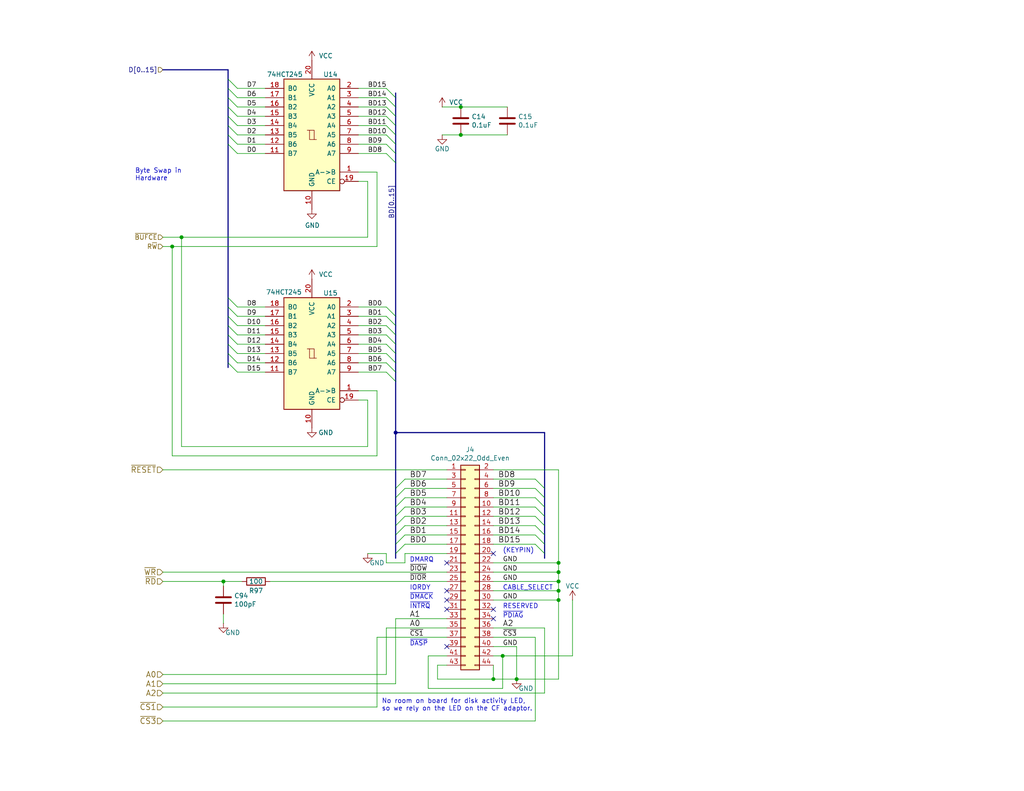
<source format=kicad_sch>
(kicad_sch (version 20231120) (generator "eeschema") (generator_version "8.0")
  (paper "A")
  (title_block (title "BITSY Mark I - An MC68000 Single Board Computer") (date "2025-06-12") (rev "V1B") (comment 1 "Licensed under CC-BY-SA-NC 4.0.") (comment 2 "https://github.com/codesmythe/BITSY_MK_I") (comment 3 "© 2025 Rob Gowin") (comment 4 "BITSY Mark I is a single board computer based around an MC68000 CPU."))
  (lib_symbols
    (symbol "74xx:74LS245" (pin_names (offset 1.016))
      (property "Reference" "U" (at -7.62 16.51 0))
      (property "Value" "74LS245" (at -7.62 -16.51 0))
      (symbol "74LS245_1_0"
        (polyline (pts (xy -0.635 -1.27) (xy -0.635 1.27) (xy 0.635 1.27)))
        (polyline (pts (xy -1.27 -1.27) (xy 0.635 -1.27) (xy 0.635 1.27) (xy 1.27 1.27)))
        (pin input line (at -12.7 -10.16 0) (length 5.08) (name "A->B") (number "1"))
        (pin power_in line (at 0 -20.32 90) (length 5.08) (name "GND") (number "10"))
        (pin tri_state line (at 12.7 -5.08 180) (length 5.08) (name "B7") (number "11"))
        (pin tri_state line (at 12.7 -2.54 180) (length 5.08) (name "B6") (number "12"))
        (pin tri_state line (at 12.7 0 180) (length 5.08) (name "B5") (number "13"))
        (pin tri_state line (at 12.7 2.54 180) (length 5.08) (name "B4") (number "14"))
        (pin tri_state line (at 12.7 5.08 180) (length 5.08) (name "B3") (number "15"))
        (pin tri_state line (at 12.7 7.62 180) (length 5.08) (name "B2") (number "16"))
        (pin tri_state line (at 12.7 10.16 180) (length 5.08) (name "B1") (number "17"))
        (pin tri_state line (at 12.7 12.7 180) (length 5.08) (name "B0") (number "18"))
        (pin input inverted (at -12.7 -12.7 0) (length 5.08) (name "CE") (number "19"))
        (pin tri_state line (at -12.7 12.7 0) (length 5.08) (name "A0") (number "2"))
        (pin power_in line (at 0 20.32 270) (length 5.08) (name "VCC") (number "20"))
        (pin tri_state line (at -12.7 10.16 0) (length 5.08) (name "A1") (number "3"))
        (pin tri_state line (at -12.7 7.62 0) (length 5.08) (name "A2") (number "4"))
        (pin tri_state line (at -12.7 5.08 0) (length 5.08) (name "A3") (number "5"))
        (pin tri_state line (at -12.7 2.54 0) (length 5.08) (name "A4") (number "6"))
        (pin tri_state line (at -12.7 0 0) (length 5.08) (name "A5") (number "7"))
        (pin tri_state line (at -12.7 -2.54 0) (length 5.08) (name "A6") (number "8"))
        (pin tri_state line (at -12.7 -5.08 0) (length 5.08) (name "A7") (number "9"))
      )
      (symbol "74LS245_1_1"
        (rectangle (start -7.62 15.24) (end 7.62 -15.24) (stroke (width 0.254)) (fill (type background)))
      )
    )
    (symbol "Connector_Generic:Conn_02x22_Odd_Even" (pin_names (offset 1.016) hide)
      (property "Reference" "J" (at 1.27 27.94 0))
      (property "Value" "Conn_02x22_Odd_Even" (at 1.27 -30.48 0))
      (symbol "Conn_02x22_Odd_Even_1_1"
        (rectangle (start -1.27 -27.813) (end 0 -28.067) (stroke (width 0.1524)))
        (rectangle (start -1.27 -25.273) (end 0 -25.527) (stroke (width 0.1524)))
        (rectangle (start -1.27 -22.733) (end 0 -22.987) (stroke (width 0.1524)))
        (rectangle (start -1.27 -20.193) (end 0 -20.447) (stroke (width 0.1524)))
        (rectangle (start -1.27 -17.653) (end 0 -17.907) (stroke (width 0.1524)))
        (rectangle (start -1.27 -15.113) (end 0 -15.367) (stroke (width 0.1524)))
        (rectangle (start -1.27 -12.573) (end 0 -12.827) (stroke (width 0.1524)))
        (rectangle (start -1.27 -10.033) (end 0 -10.287) (stroke (width 0.1524)))
        (rectangle (start -1.27 -7.493) (end 0 -7.747) (stroke (width 0.1524)))
        (rectangle (start -1.27 -4.953) (end 0 -5.207) (stroke (width 0.1524)))
        (rectangle (start -1.27 -2.413) (end 0 -2.667) (stroke (width 0.1524)))
        (rectangle (start -1.27 0.127) (end 0 -0.127) (stroke (width 0.1524)))
        (rectangle (start -1.27 2.667) (end 0 2.413) (stroke (width 0.1524)))
        (rectangle (start -1.27 5.207) (end 0 4.953) (stroke (width 0.1524)))
        (rectangle (start -1.27 7.747) (end 0 7.493) (stroke (width 0.1524)))
        (rectangle (start -1.27 10.287) (end 0 10.033) (stroke (width 0.1524)))
        (rectangle (start -1.27 12.827) (end 0 12.573) (stroke (width 0.1524)))
        (rectangle (start -1.27 15.367) (end 0 15.113) (stroke (width 0.1524)))
        (rectangle (start -1.27 17.907) (end 0 17.653) (stroke (width 0.1524)))
        (rectangle (start -1.27 20.447) (end 0 20.193) (stroke (width 0.1524)))
        (rectangle (start -1.27 22.987) (end 0 22.733) (stroke (width 0.1524)))
        (rectangle (start -1.27 25.527) (end 0 25.273) (stroke (width 0.1524)))
        (rectangle (start -1.27 26.67) (end 3.81 -29.21) (stroke (width 0.254)) (fill (type background)))
        (rectangle (start 3.81 -27.813) (end 2.54 -28.067) (stroke (width 0.1524)))
        (rectangle (start 3.81 -25.273) (end 2.54 -25.527) (stroke (width 0.1524)))
        (rectangle (start 3.81 -22.733) (end 2.54 -22.987) (stroke (width 0.1524)))
        (rectangle (start 3.81 -20.193) (end 2.54 -20.447) (stroke (width 0.1524)))
        (rectangle (start 3.81 -17.653) (end 2.54 -17.907) (stroke (width 0.1524)))
        (rectangle (start 3.81 -15.113) (end 2.54 -15.367) (stroke (width 0.1524)))
        (rectangle (start 3.81 -12.573) (end 2.54 -12.827) (stroke (width 0.1524)))
        (rectangle (start 3.81 -10.033) (end 2.54 -10.287) (stroke (width 0.1524)))
        (rectangle (start 3.81 -7.493) (end 2.54 -7.747) (stroke (width 0.1524)))
        (rectangle (start 3.81 -4.953) (end 2.54 -5.207) (stroke (width 0.1524)))
        (rectangle (start 3.81 -2.413) (end 2.54 -2.667) (stroke (width 0.1524)))
        (rectangle (start 3.81 0.127) (end 2.54 -0.127) (stroke (width 0.1524)))
        (rectangle (start 3.81 2.667) (end 2.54 2.413) (stroke (width 0.1524)))
        (rectangle (start 3.81 5.207) (end 2.54 4.953) (stroke (width 0.1524)))
        (rectangle (start 3.81 7.747) (end 2.54 7.493) (stroke (width 0.1524)))
        (rectangle (start 3.81 10.287) (end 2.54 10.033) (stroke (width 0.1524)))
        (rectangle (start 3.81 12.827) (end 2.54 12.573) (stroke (width 0.1524)))
        (rectangle (start 3.81 15.367) (end 2.54 15.113) (stroke (width 0.1524)))
        (rectangle (start 3.81 17.907) (end 2.54 17.653) (stroke (width 0.1524)))
        (rectangle (start 3.81 20.447) (end 2.54 20.193) (stroke (width 0.1524)))
        (rectangle (start 3.81 22.987) (end 2.54 22.733) (stroke (width 0.1524)))
        (rectangle (start 3.81 25.527) (end 2.54 25.273) (stroke (width 0.1524)))
        (pin passive line (at -5.08 25.4 0) (length 3.81) (name "Pin_1") (number "1"))
        (pin passive line (at 7.62 15.24 180) (length 3.81) (name "Pin_10") (number "10"))
        (pin passive line (at -5.08 12.7 0) (length 3.81) (name "Pin_11") (number "11"))
        (pin passive line (at 7.62 12.7 180) (length 3.81) (name "Pin_12") (number "12"))
        (pin passive line (at -5.08 10.16 0) (length 3.81) (name "Pin_13") (number "13"))
        (pin passive line (at 7.62 10.16 180) (length 3.81) (name "Pin_14") (number "14"))
        (pin passive line (at -5.08 7.62 0) (length 3.81) (name "Pin_15") (number "15"))
        (pin passive line (at 7.62 7.62 180) (length 3.81) (name "Pin_16") (number "16"))
        (pin passive line (at -5.08 5.08 0) (length 3.81) (name "Pin_17") (number "17"))
        (pin passive line (at 7.62 5.08 180) (length 3.81) (name "Pin_18") (number "18"))
        (pin passive line (at -5.08 2.54 0) (length 3.81) (name "Pin_19") (number "19"))
        (pin passive line (at 7.62 25.4 180) (length 3.81) (name "Pin_2") (number "2"))
        (pin passive line (at 7.62 2.54 180) (length 3.81) (name "Pin_20") (number "20"))
        (pin passive line (at -5.08 0 0) (length 3.81) (name "Pin_21") (number "21"))
        (pin passive line (at 7.62 0 180) (length 3.81) (name "Pin_22") (number "22"))
        (pin passive line (at -5.08 -2.54 0) (length 3.81) (name "Pin_23") (number "23"))
        (pin passive line (at 7.62 -2.54 180) (length 3.81) (name "Pin_24") (number "24"))
        (pin passive line (at -5.08 -5.08 0) (length 3.81) (name "Pin_25") (number "25"))
        (pin passive line (at 7.62 -5.08 180) (length 3.81) (name "Pin_26") (number "26"))
        (pin passive line (at -5.08 -7.62 0) (length 3.81) (name "Pin_27") (number "27"))
        (pin passive line (at 7.62 -7.62 180) (length 3.81) (name "Pin_28") (number "28"))
        (pin passive line (at -5.08 -10.16 0) (length 3.81) (name "Pin_29") (number "29"))
        (pin passive line (at -5.08 22.86 0) (length 3.81) (name "Pin_3") (number "3"))
        (pin passive line (at 7.62 -10.16 180) (length 3.81) (name "Pin_30") (number "30"))
        (pin passive line (at -5.08 -12.7 0) (length 3.81) (name "Pin_31") (number "31"))
        (pin passive line (at 7.62 -12.7 180) (length 3.81) (name "Pin_32") (number "32"))
        (pin passive line (at -5.08 -15.24 0) (length 3.81) (name "Pin_33") (number "33"))
        (pin passive line (at 7.62 -15.24 180) (length 3.81) (name "Pin_34") (number "34"))
        (pin passive line (at -5.08 -17.78 0) (length 3.81) (name "Pin_35") (number "35"))
        (pin passive line (at 7.62 -17.78 180) (length 3.81) (name "Pin_36") (number "36"))
        (pin passive line (at -5.08 -20.32 0) (length 3.81) (name "Pin_37") (number "37"))
        (pin passive line (at 7.62 -20.32 180) (length 3.81) (name "Pin_38") (number "38"))
        (pin passive line (at -5.08 -22.86 0) (length 3.81) (name "Pin_39") (number "39"))
        (pin passive line (at 7.62 22.86 180) (length 3.81) (name "Pin_4") (number "4"))
        (pin passive line (at 7.62 -22.86 180) (length 3.81) (name "Pin_40") (number "40"))
        (pin passive line (at -5.08 -25.4 0) (length 3.81) (name "Pin_41") (number "41"))
        (pin passive line (at 7.62 -25.4 180) (length 3.81) (name "Pin_42") (number "42"))
        (pin passive line (at -5.08 -27.94 0) (length 3.81) (name "Pin_43") (number "43"))
        (pin passive line (at 7.62 -27.94 180) (length 3.81) (name "Pin_44") (number "44"))
        (pin passive line (at -5.08 20.32 0) (length 3.81) (name "Pin_5") (number "5"))
        (pin passive line (at 7.62 20.32 180) (length 3.81) (name "Pin_6") (number "6"))
        (pin passive line (at -5.08 17.78 0) (length 3.81) (name "Pin_7") (number "7"))
        (pin passive line (at 7.62 17.78 180) (length 3.81) (name "Pin_8") (number "8"))
        (pin passive line (at -5.08 15.24 0) (length 3.81) (name "Pin_9") (number "9"))
      )
    )
    (symbol "Device:C" (pin_numbers hide) (pin_names (offset 0.254))
      (property "Reference" "C" (at 0.635 2.54 0))
      (property "Value" "C" (at 0.635 -2.54 0))
      (symbol "C_0_1"
        (polyline (pts (xy -2.032 -0.762) (xy 2.032 -0.762)) (stroke (width 0.508)))
        (polyline (pts (xy -2.032 0.762) (xy 2.032 0.762)) (stroke (width 0.508)))
      )
      (symbol "C_1_1"
        (pin passive line (at 0 3.81 270) (length 2.794) (name "~") (number "1"))
        (pin passive line (at 0 -3.81 90) (length 2.794) (name "~") (number "2"))
      )
    )
    (symbol "Device:R" (pin_numbers hide) (pin_names (offset 0))
      (property "Reference" "R" (at 2.032 0 90))
      (property "Value" "R" (at 0 0 90))
      (symbol "R_0_1"
        (rectangle (start -1.016 -2.54) (end 1.016 2.54) (stroke (width 0.254)))
      )
      (symbol "R_1_1"
        (pin passive line (at 0 3.81 270) (length 1.27) (name "~") (number "1"))
        (pin passive line (at 0 -3.81 90) (length 1.27) (name "~") (number "2"))
      )
    )
    (symbol "power:GND" (power) (pin_numbers hide) (pin_names (offset 0) hide)
      (property "Value" "GND" (at 0 -3.81 0))
      (symbol "GND_0_1"
        (polyline (pts (xy 0 0) (xy 0 -1.27) (xy 1.27 -1.27) (xy 0 -2.54) (xy -1.27 -1.27) (xy 0 -1.27)))
      )
      (symbol "GND_1_1"
        (pin power_in line (at 0 0 270) (length 0) (name "~") (number "1"))
      )
    )
    (symbol "power:VCC" (power) (pin_numbers hide) (pin_names (offset 0) hide)
      (property "Value" "VCC" (at 0 3.556 0))
      (symbol "VCC_0_1"
        (polyline (pts (xy -0.762 1.27) (xy 0 2.54)))
        (polyline (pts (xy 0 0) (xy 0 2.54)))
        (polyline (pts (xy 0 2.54) (xy 0.762 1.27)))
      )
      (symbol "VCC_1_1"
        (pin power_in line (at 0 0 90) (length 0) (name "~") (number "1"))
      )
    )
  )
  (junction (at 107.95 118.11))
  (junction (at 152.4 163.83))
  (junction (at 152.4 153.67))
  (junction (at 49.53 64.77))
  (junction (at 152.4 158.75))
  (junction (at 60.96 158.75))
  (junction (at 140.97 185.42))
  (junction (at 125.73 36.83))
  (junction (at 46.99 67.31))
  (junction (at 137.16 179.07))
  (junction (at 134.62 185.42))
  (junction (at 152.4 156.21))
  (junction (at 125.73 29.21))
  (junction (at 152.4 161.29))
  (no_connect (at 121.92 163.83))
  (no_connect (at 134.62 168.91))
  (no_connect (at 121.92 176.53))
  (no_connect (at 121.92 166.37))
  (no_connect (at 134.62 166.37))
  (no_connect (at 134.62 151.13))
  (no_connect (at 121.92 161.29))
  (no_connect (at 121.92 153.67))
  (bus_entry (at 62.23 86.36) (size 2.54 2.54))
  (bus_entry (at 62.23 31.75) (size 2.54 2.54))
  (bus_entry (at 62.23 26.67) (size 2.54 2.54))
  (bus_entry (at 105.41 24.13) (size 2.54 2.54))
  (bus_entry (at 105.41 93.98) (size 2.54 2.54))
  (bus_entry (at 62.23 39.37) (size 2.54 2.54))
  (bus_entry (at 105.41 26.67) (size 2.54 2.54))
  (bus_entry (at 105.41 29.21) (size 2.54 2.54))
  (bus_entry (at 105.41 31.75) (size 2.54 2.54))
  (bus_entry (at 105.41 83.82) (size 2.54 2.54))
  (bus_entry (at 146.05 130.81) (size 2.54 2.54))
  (bus_entry (at 107.95 138.43) (size 2.54 -2.54))
  (bus_entry (at 62.23 34.29) (size 2.54 2.54))
  (bus_entry (at 62.23 93.98) (size 2.54 2.54))
  (bus_entry (at 105.41 34.29) (size 2.54 2.54))
  (bus_entry (at 62.23 36.83) (size 2.54 2.54))
  (bus_entry (at 105.41 91.44) (size 2.54 2.54))
  (bus_entry (at 107.95 135.89) (size 2.54 -2.54))
  (bus_entry (at 146.05 148.59) (size 2.54 2.54))
  (bus_entry (at 62.23 88.9) (size 2.54 2.54))
  (bus_entry (at 62.23 21.59) (size 2.54 2.54))
  (bus_entry (at 146.05 140.97) (size 2.54 2.54))
  (bus_entry (at 62.23 81.28) (size 2.54 2.54))
  (bus_entry (at 105.41 36.83) (size 2.54 2.54))
  (bus_entry (at 107.95 146.05) (size 2.54 -2.54))
  (bus_entry (at 146.05 138.43) (size 2.54 2.54))
  (bus_entry (at 107.95 143.51) (size 2.54 -2.54))
  (bus_entry (at 105.41 39.37) (size 2.54 2.54))
  (bus_entry (at 105.41 86.36) (size 2.54 2.54))
  (bus_entry (at 107.95 151.13) (size 2.54 -2.54))
  (bus_entry (at 62.23 99.06) (size 2.54 2.54))
  (bus_entry (at 62.23 83.82) (size 2.54 2.54))
  (bus_entry (at 107.95 133.35) (size 2.54 -2.54))
  (bus_entry (at 62.23 91.44) (size 2.54 2.54))
  (bus_entry (at 146.05 133.35) (size 2.54 2.54))
  (bus_entry (at 62.23 29.21) (size 2.54 2.54))
  (bus_entry (at 146.05 135.89) (size 2.54 2.54))
  (bus_entry (at 62.23 96.52) (size 2.54 2.54))
  (bus_entry (at 105.41 88.9) (size 2.54 2.54))
  (bus_entry (at 107.95 140.97) (size 2.54 -2.54))
  (bus_entry (at 105.41 96.52) (size 2.54 2.54))
  (bus_entry (at 105.41 101.6) (size 2.54 2.54))
  (bus_entry (at 105.41 99.06) (size 2.54 2.54))
  (bus_entry (at 107.95 148.59) (size 2.54 -2.54))
  (bus_entry (at 146.05 146.05) (size 2.54 2.54))
  (bus_entry (at 62.23 24.13) (size 2.54 2.54))
  (bus_entry (at 105.41 41.91) (size 2.54 2.54))
  (bus_entry (at 146.05 143.51) (size 2.54 2.54))
  (wire (pts (xy 64.77 24.13) (xy 72.39 24.13)))
  (bus (pts (xy 107.95 34.29) (xy 107.95 36.83)))
  (bus (pts (xy 62.23 29.21) (xy 62.23 31.75)))
  (bus (pts (xy 107.95 151.13) (xy 107.95 152.4)))
  (wire (pts (xy 97.79 93.98) (xy 105.41 93.98)))
  (wire (pts (xy 110.49 135.89) (xy 121.92 135.89)))
  (wire (pts (xy 64.77 88.9) (xy 72.39 88.9)))
  (bus (pts (xy 148.59 133.35) (xy 148.59 135.89)))
  (bus (pts (xy 62.23 96.52) (xy 62.23 99.06)))
  (wire (pts (xy 105.41 151.13) (xy 105.41 153.67)))
  (wire (pts (xy 46.99 67.31) (xy 102.87 67.31)))
  (wire (pts (xy 97.79 86.36) (xy 105.41 86.36)))
  (wire (pts (xy 105.41 171.45) (xy 121.92 171.45)))
  (bus (pts (xy 107.95 31.75) (xy 107.95 34.29)))
  (wire (pts (xy 152.4 128.27) (xy 152.4 153.67)))
  (bus (pts (xy 107.95 148.59) (xy 107.95 151.13)))
  (bus (pts (xy 107.95 86.36) (xy 107.95 88.9)))
  (wire (pts (xy 49.53 64.77) (xy 49.53 121.92)))
  (wire (pts (xy 64.77 26.67) (xy 72.39 26.67)))
  (bus (pts (xy 107.95 29.21) (xy 107.95 31.75)))
  (wire (pts (xy 105.41 184.15) (xy 105.41 171.45)))
  (wire (pts (xy 134.62 128.27) (xy 152.4 128.27)))
  (wire (pts (xy 107.95 168.91) (xy 121.92 168.91)))
  (bus (pts (xy 148.59 135.89) (xy 148.59 138.43)))
  (wire (pts (xy 125.73 36.83) (xy 138.43 36.83)))
  (wire (pts (xy 97.79 41.91) (xy 105.41 41.91)))
  (wire (pts (xy 44.45 196.85) (xy 146.05 196.85)))
  (bus (pts (xy 107.95 135.89) (xy 107.95 138.43)))
  (wire (pts (xy 64.77 34.29) (xy 72.39 34.29)))
  (wire (pts (xy 102.87 173.99) (xy 121.92 173.99)))
  (wire (pts (xy 120.65 36.83) (xy 125.73 36.83)))
  (wire (pts (xy 140.97 176.53) (xy 140.97 185.42)))
  (wire (pts (xy 73.66 158.75) (xy 121.92 158.75)))
  (wire (pts (xy 97.79 109.22) (xy 100.33 109.22)))
  (wire (pts (xy 134.62 140.97) (xy 146.05 140.97)))
  (bus (pts (xy 62.23 19.05) (xy 62.23 21.59)))
  (wire (pts (xy 97.79 31.75) (xy 105.41 31.75)))
  (bus (pts (xy 62.23 21.59) (xy 62.23 24.13)))
  (wire (pts (xy 134.62 148.59) (xy 146.05 148.59)))
  (bus (pts (xy 107.95 26.67) (xy 107.95 29.21)))
  (bus (pts (xy 62.23 31.75) (xy 62.23 34.29)))
  (wire (pts (xy 110.49 148.59) (xy 121.92 148.59)))
  (bus (pts (xy 62.23 36.83) (xy 62.23 39.37)))
  (wire (pts (xy 64.77 96.52) (xy 72.39 96.52)))
  (wire (pts (xy 64.77 83.82) (xy 72.39 83.82)))
  (wire (pts (xy 110.49 140.97) (xy 121.92 140.97)))
  (wire (pts (xy 60.96 158.75) (xy 66.04 158.75)))
  (bus (pts (xy 62.23 39.37) (xy 62.23 81.28)))
  (wire (pts (xy 116.84 179.07) (xy 116.84 187.96)))
  (wire (pts (xy 46.99 67.31) (xy 46.99 124.46)))
  (wire (pts (xy 134.62 138.43) (xy 146.05 138.43)))
  (bus (pts (xy 148.59 138.43) (xy 148.59 140.97)))
  (wire (pts (xy 97.79 29.21) (xy 105.41 29.21)))
  (bus (pts (xy 107.95 104.14) (xy 107.95 118.11)))
  (wire (pts (xy 140.97 185.42) (xy 152.4 185.42)))
  (wire (pts (xy 102.87 124.46) (xy 102.87 106.68)))
  (bus (pts (xy 62.23 91.44) (xy 62.23 93.98)))
  (wire (pts (xy 134.62 130.81) (xy 146.05 130.81)))
  (bus (pts (xy 148.59 146.05) (xy 148.59 148.59)))
  (wire (pts (xy 64.77 101.6) (xy 72.39 101.6)))
  (wire (pts (xy 152.4 153.67) (xy 152.4 156.21)))
  (wire (pts (xy 110.49 138.43) (xy 121.92 138.43)))
  (bus (pts (xy 62.23 88.9) (xy 62.23 91.44)))
  (bus (pts (xy 107.95 88.9) (xy 107.95 91.44)))
  (wire (pts (xy 105.41 153.67) (xy 110.49 153.67)))
  (bus (pts (xy 148.59 151.13) (xy 148.59 152.4)))
  (wire (pts (xy 97.79 101.6) (xy 105.41 101.6)))
  (wire (pts (xy 100.33 121.92) (xy 49.53 121.92)))
  (wire (pts (xy 134.62 135.89) (xy 146.05 135.89)))
  (wire (pts (xy 146.05 173.99) (xy 146.05 196.85)))
  (wire (pts (xy 64.77 93.98) (xy 72.39 93.98)))
  (wire (pts (xy 64.77 41.91) (xy 72.39 41.91)))
  (wire (pts (xy 110.49 143.51) (xy 121.92 143.51)))
  (wire (pts (xy 100.33 64.77) (xy 100.33 49.53)))
  (wire (pts (xy 102.87 46.99) (xy 97.79 46.99)))
  (wire (pts (xy 156.21 163.83) (xy 156.21 179.07)))
  (bus (pts (xy 107.95 146.05) (xy 107.95 148.59)))
  (wire (pts (xy 44.45 156.21) (xy 121.92 156.21)))
  (wire (pts (xy 134.62 143.51) (xy 146.05 143.51)))
  (wire (pts (xy 102.87 106.68) (xy 97.79 106.68)))
  (bus (pts (xy 107.95 93.98) (xy 107.95 96.52)))
  (bus (pts (xy 107.95 133.35) (xy 107.95 135.89)))
  (wire (pts (xy 44.45 193.04) (xy 102.87 193.04)))
  (wire (pts (xy 134.62 146.05) (xy 146.05 146.05)))
  (bus (pts (xy 62.23 24.13) (xy 62.23 26.67)))
  (wire (pts (xy 134.62 171.45) (xy 148.59 171.45)))
  (bus (pts (xy 107.95 101.6) (xy 107.95 104.14)))
  (wire (pts (xy 134.62 185.42) (xy 140.97 185.42)))
  (wire (pts (xy 137.16 187.96) (xy 137.16 179.07)))
  (wire (pts (xy 125.73 29.21) (xy 138.43 29.21)))
  (wire (pts (xy 100.33 49.53) (xy 97.79 49.53)))
  (bus (pts (xy 62.23 93.98) (xy 62.23 96.52)))
  (wire (pts (xy 110.49 151.13) (xy 121.92 151.13)))
  (wire (pts (xy 64.77 86.36) (xy 72.39 86.36)))
  (wire (pts (xy 97.79 99.06) (xy 105.41 99.06)))
  (wire (pts (xy 116.84 179.07) (xy 121.92 179.07)))
  (wire (pts (xy 110.49 151.13) (xy 110.49 153.67)))
  (wire (pts (xy 64.77 36.83) (xy 72.39 36.83)))
  (wire (pts (xy 134.62 161.29) (xy 152.4 161.29)))
  (wire (pts (xy 97.79 36.83) (xy 105.41 36.83)))
  (bus (pts (xy 62.23 99.06) (xy 62.23 100.33)))
  (wire (pts (xy 134.62 153.67) (xy 152.4 153.67)))
  (wire (pts (xy 44.45 184.15) (xy 105.41 184.15)))
  (bus (pts (xy 107.95 91.44) (xy 107.95 93.98)))
  (wire (pts (xy 100.33 151.13) (xy 105.41 151.13)))
  (bus (pts (xy 107.95 118.11) (xy 107.95 133.35)))
  (bus (pts (xy 107.95 99.06) (xy 107.95 101.6)))
  (wire (pts (xy 134.62 176.53) (xy 140.97 176.53)))
  (wire (pts (xy 44.45 186.69) (xy 107.95 186.69)))
  (wire (pts (xy 134.62 173.99) (xy 146.05 173.99)))
  (wire (pts (xy 97.79 91.44) (xy 105.41 91.44)))
  (wire (pts (xy 148.59 189.23) (xy 148.59 171.45)))
  (wire (pts (xy 97.79 24.13) (xy 105.41 24.13)))
  (wire (pts (xy 134.62 163.83) (xy 152.4 163.83)))
  (wire (pts (xy 102.87 193.04) (xy 102.87 173.99)))
  (wire (pts (xy 60.96 160.02) (xy 60.96 158.75)))
  (wire (pts (xy 100.33 109.22) (xy 100.33 121.92)))
  (wire (pts (xy 107.95 186.69) (xy 107.95 168.91)))
  (wire (pts (xy 97.79 39.37) (xy 105.41 39.37)))
  (bus (pts (xy 148.59 140.97) (xy 148.59 143.51)))
  (bus (pts (xy 148.59 143.51) (xy 148.59 146.05)))
  (wire (pts (xy 152.4 163.83) (xy 152.4 185.42)))
  (wire (pts (xy 64.77 31.75) (xy 72.39 31.75)))
  (wire (pts (xy 64.77 99.06) (xy 72.39 99.06)))
  (wire (pts (xy 134.62 156.21) (xy 152.4 156.21)))
  (wire (pts (xy 44.45 64.77) (xy 49.53 64.77)))
  (bus (pts (xy 148.59 118.11) (xy 148.59 133.35)))
  (bus (pts (xy 62.23 81.28) (xy 62.23 83.82)))
  (bus (pts (xy 107.95 138.43) (xy 107.95 140.97)))
  (wire (pts (xy 64.77 29.21) (xy 72.39 29.21)))
  (wire (pts (xy 97.79 34.29) (xy 105.41 34.29)))
  (wire (pts (xy 44.45 189.23) (xy 148.59 189.23)))
  (wire (pts (xy 134.62 158.75) (xy 152.4 158.75)))
  (wire (pts (xy 137.16 179.07) (xy 134.62 179.07)))
  (bus (pts (xy 148.59 118.11) (xy 107.95 118.11)))
  (bus (pts (xy 107.95 96.52) (xy 107.95 99.06)))
  (bus (pts (xy 107.95 44.45) (xy 107.95 86.36)))
  (wire (pts (xy 110.49 146.05) (xy 121.92 146.05)))
  (bus (pts (xy 62.23 19.05) (xy 44.45 19.05)))
  (bus (pts (xy 148.59 148.59) (xy 148.59 151.13)))
  (wire (pts (xy 134.62 133.35) (xy 146.05 133.35)))
  (wire (pts (xy 97.79 96.52) (xy 105.41 96.52)))
  (bus (pts (xy 62.23 86.36) (xy 62.23 88.9)))
  (wire (pts (xy 97.79 83.82) (xy 105.41 83.82)))
  (wire (pts (xy 44.45 67.31) (xy 46.99 67.31)))
  (bus (pts (xy 107.95 143.51) (xy 107.95 146.05)))
  (wire (pts (xy 120.65 29.21) (xy 125.73 29.21)))
  (wire (pts (xy 134.62 181.61) (xy 134.62 185.42)))
  (wire (pts (xy 49.53 64.77) (xy 100.33 64.77)))
  (wire (pts (xy 64.77 39.37) (xy 72.39 39.37)))
  (wire (pts (xy 44.45 128.27) (xy 121.92 128.27)))
  (bus (pts (xy 107.95 39.37) (xy 107.95 41.91)))
  (wire (pts (xy 46.99 124.46) (xy 102.87 124.46)))
  (wire (pts (xy 110.49 133.35) (xy 121.92 133.35)))
  (wire (pts (xy 116.84 187.96) (xy 137.16 187.96)))
  (bus (pts (xy 107.95 140.97) (xy 107.95 143.51)))
  (bus (pts (xy 107.95 41.91) (xy 107.95 44.45)))
  (wire (pts (xy 97.79 26.67) (xy 105.41 26.67)))
  (wire (pts (xy 97.79 88.9) (xy 105.41 88.9)))
  (wire (pts (xy 110.49 130.81) (xy 121.92 130.81)))
  (wire (pts (xy 152.4 156.21) (xy 152.4 158.75)))
  (wire (pts (xy 152.4 158.75) (xy 152.4 161.29)))
  (wire (pts (xy 64.77 91.44) (xy 72.39 91.44)))
  (wire (pts (xy 44.45 158.75) (xy 60.96 158.75)))
  (wire (pts (xy 121.92 181.61) (xy 119.38 181.61)))
  (bus (pts (xy 62.23 26.67) (xy 62.23 29.21)))
  (bus (pts (xy 62.23 34.29) (xy 62.23 36.83)))
  (bus (pts (xy 107.95 25.4) (xy 107.95 26.67)))
  (wire (pts (xy 137.16 179.07) (xy 156.21 179.07)))
  (wire (pts (xy 60.96 167.64) (xy 60.96 170.18)))
  (wire (pts (xy 102.87 67.31) (xy 102.87 46.99)))
  (wire (pts (xy 119.38 185.42) (xy 134.62 185.42)))
  (wire (pts (xy 119.38 181.61) (xy 119.38 185.42)))
  (wire (pts (xy 152.4 161.29) (xy 152.4 163.83)))
  (bus (pts (xy 62.23 83.82) (xy 62.23 86.36)))
  (bus (pts (xy 107.95 36.83) (xy 107.95 39.37)))
  (text "RESERVED" (at 137.16 166.37 0) (effects (font (size 1.27 1.27)) (justify left bottom)))
  (text "~{INTRQ}" (at 111.76 166.37 0) (effects (font (size 1.27 1.27)) (justify left bottom)))
  (text "No room on board for disk activity LED,\nso we rely on the LED on the CF adaptor." (at 104.14 194.31 0) (effects (font (size 1.27 1.27)) (justify left bottom)))
  (text "Byte Swap in\nHardware" (at 36.83 49.53 0) (effects (font (size 1.27 1.27)) (justify left bottom)))
  (text "IORDY" (at 111.76 161.29 0) (effects (font (size 1.27 1.27)) (justify left bottom)))
  (text "(KEYPIN)" (at 137.16 151.13 0) (effects (font (size 1.27 1.27)) (justify left bottom)))
  (text "~{PDIAG}" (at 137.16 168.91 0) (effects (font (size 1.27 1.27)) (justify left bottom)))
  (text "~{DASP}" (at 111.76 176.53 0) (effects (font (size 1.27 1.27)) (justify left bottom)))
  (text "DMARQ" (at 111.76 153.67 0) (effects (font (size 1.27 1.27)) (justify left bottom)))
  (text "~{DMACK}" (at 111.76 163.83 0) (effects (font (size 1.27 1.27)) (justify left bottom)))
  (text "CABLE_SELECT" (at 137.16 161.29 0) (effects (font (size 1.27 1.27)) (justify left bottom)))
  (label "D10" (at 67.31 88.9 0))
  (label "BD8" (at 100.33 41.91 0))
  (label "BD15" (at 100.33 24.13 0))
  (label "A2" (at 137.16 171.45 0) (effects (font (size 1.524 1.524))))
  (label "BD10" (at 100.33 36.83 0))
  (label "BD10" (at 135.89 135.89 0) (effects (font (size 1.524 1.524))))
  (label "D3" (at 67.31 34.29 0))
  (label "GND" (at 137.16 176.53 0))
  (label "BD11" (at 135.89 138.43 0) (effects (font (size 1.524 1.524))))
  (label "BD12" (at 135.89 140.97 0) (effects (font (size 1.524 1.524))))
  (label "BD1" (at 111.76 146.05 0) (effects (font (size 1.524 1.524))))
  (label "GND" (at 137.16 153.67 0))
  (label "GND" (at 137.16 163.83 0))
  (label "A1" (at 111.76 168.91 0) (effects (font (size 1.524 1.524))))
  (label "BD9" (at 135.89 133.35 0) (effects (font (size 1.524 1.524))))
  (label "D0" (at 67.31 41.91 0))
  (label "BD11" (at 100.33 34.29 0))
  (label "D12" (at 67.31 93.98 0))
  (label "BD4" (at 111.76 138.43 0) (effects (font (size 1.524 1.524))))
  (label "BD14" (at 100.33 26.67 0))
  (label "BD0" (at 100.33 83.82 0))
  (label "D6" (at 67.31 26.67 0))
  (label "D13" (at 67.31 96.52 0))
  (label "D1" (at 67.31 39.37 0))
  (label "BD9" (at 100.33 39.37 0))
  (label "~{CS1}" (at 111.76 173.99 0))
  (label "BD5" (at 100.33 96.52 0))
  (label "BD6" (at 100.33 99.06 0))
  (label "~{DIOR}" (at 111.76 158.75 0))
  (label "BD6" (at 111.76 133.35 0) (effects (font (size 1.524 1.524))))
  (label "D5" (at 67.31 29.21 0))
  (label "BD8" (at 135.89 130.81 0) (effects (font (size 1.524 1.524))))
  (label "BD1" (at 100.33 86.36 0))
  (label "~{DIOW}" (at 111.76 156.21 0))
  (label "BD3" (at 100.33 91.44 0))
  (label "BD0" (at 111.76 148.59 0) (effects (font (size 1.524 1.524))))
  (label "GND" (at 137.16 156.21 0))
  (label "BD[0..15]" (at 107.95 59.69 90))
  (label "BD13" (at 135.89 143.51 0) (effects (font (size 1.524 1.524))))
  (label "D8" (at 67.31 83.82 0))
  (label "D11" (at 67.31 91.44 0))
  (label "A0" (at 111.76 171.45 0) (effects (font (size 1.524 1.524))))
  (label "GND" (at 137.16 158.75 0))
  (label "D15" (at 67.31 101.6 0))
  (label "~{CS3}" (at 137.16 173.99 0))
  (label "BD12" (at 100.33 31.75 0))
  (label "BD3" (at 111.76 140.97 0) (effects (font (size 1.524 1.524))))
  (label "D9" (at 67.31 86.36 0))
  (label "BD7" (at 100.33 101.6 0))
  (label "BD2" (at 111.76 143.51 0) (effects (font (size 1.524 1.524))))
  (label "BD2" (at 100.33 88.9 0))
  (label "BD5" (at 111.76 135.89 0) (effects (font (size 1.524 1.524))))
  (label "BD14" (at 135.89 146.05 0) (effects (font (size 1.524 1.524))))
  (label "D14" (at 67.31 99.06 0))
  (label "BD15" (at 135.89 148.59 0) (effects (font (size 1.524 1.524))))
  (label "D4" (at 67.31 31.75 0))
  (label "BD4" (at 100.33 93.98 0))
  (label "D7" (at 67.31 24.13 0))
  (label "D2" (at 67.31 36.83 0))
  (label "BD13" (at 100.33 29.21 0))
  (label "BD7" (at 111.76 130.81 0) (effects (font (size 1.524 1.524))))
  (hierarchical_label "A0" (shape input) (at 44.45 184.15 180) (effects (font (size 1.524 1.524))))
  (hierarchical_label "~{RESET}" (shape input) (at 44.45 128.27 180) (effects (font (size 1.524 1.524))))
  (hierarchical_label "~{WR}" (shape input) (at 44.45 156.21 180) (effects (font (size 1.524 1.524))))
  (hierarchical_label "R~{W}" (shape input) (at 44.45 67.31 180))
  (hierarchical_label "~{BUFCE}" (shape input) (at 44.45 64.77 180))
  (hierarchical_label "~{CS3}" (shape input) (at 44.45 196.85 180) (effects (font (size 1.524 1.524))))
  (hierarchical_label "~{CS1}" (shape input) (at 44.45 193.04 180) (effects (font (size 1.524 1.524))))
  (hierarchical_label "A1" (shape input) (at 44.45 186.69 180) (effects (font (size 1.524 1.524))))
  (hierarchical_label "~{RD}" (shape input) (at 44.45 158.75 180) (effects (font (size 1.524 1.524))))
  (hierarchical_label "D[0..15]" (shape input) (at 44.45 19.05 180))
  (hierarchical_label "A2" (shape input) (at 44.45 189.23 180) (effects (font (size 1.524 1.524))))
  (symbol (lib_id "power:GND") (at 100.33 151.13 0) (unit 1)
    (property "Reference" "#PWR0123" (effects (hide yes)))
    (property "Value" "GND" (at 102.87 153.67 0))
    (property "Description" "Power symbol creates a global label with name \"GND\" , ground" (effects (hide yes)))
  )
  (symbol (lib_id "power:GND") (at 60.96 170.18 0) (unit 1)
    (property "Reference" "#PWR0126" (effects (hide yes)))
    (property "Value" "GND" (at 63.5 172.72 0))
    (property "Description" "Power symbol creates a global label with name \"GND\" , ground" (effects (hide yes)))
  )
  (symbol (lib_id "power:VCC") (at 156.21 163.83 0) (unit 1)
    (property "Reference" "#PWR0133" (effects (hide yes)))
    (property "Value" "VCC" (at 156.21 160.02 0))
    (property "Description" "Power symbol creates a global label with name \"VCC\"" (effects (hide yes)))
  )
  (symbol (lib_id "power:GND") (at 140.97 185.42 0) (unit 1)
    (property "Reference" "#PWR0134" (effects (hide yes)))
    (property "Value" "GND" (at 143.51 187.96 0))
    (property "Description" "Power symbol creates a global label with name \"GND\" , ground" (effects (hide yes)))
  )
  (symbol (lib_id "Device:C") (at 125.73 33.02 0) (unit 1)
    (property "Reference" "C14" (at 128.651 31.8516 0) (effects (justify left)))
    (property "Value" "0.1uF" (at 128.651 34.163 0) (effects (justify left)))
    (property "Footprint" "Capacitor_THT:C_Rect_L7.0mm_W2.0mm_P5.00mm" (effects (hide yes)))
    (property "Description" "0.1 uF, MLCC, 5 mm Pitch" (effects (hide yes)))
    (property "PartNum00" "594-K104K15X7RF5TH5" (effects (hide yes)))
    (property "PartVendor00" "Mouser" (effects (hide yes)))
  )
  (symbol (lib_id "power:VCC") (at 120.65 29.21 0) (unit 1)
    (property "Reference" "#PWR0137" (effects (hide yes)))
    (property "Value" "VCC" (at 124.46 27.94 0))
    (property "Description" "Power symbol creates a global label with name \"VCC\"" (effects (hide yes)))
  )
  (symbol (lib_id "power:GND") (at 85.09 57.15 0) (unit 1)
    (property "Reference" "#PWR0138" (effects (hide yes)))
    (property "Value" "GND" (at 85.217 61.5442 0))
    (property "Description" "Power symbol creates a global label with name \"GND\" , ground" (effects (hide yes)))
  )
  (symbol (lib_id "74xx:74LS245") (at 85.09 36.83 0) (mirror y) (unit 1)
    (property "Reference" "U14" (at 90.17 20.32 0))
    (property "Value" "74HCT245" (at 77.724 20.32 0))
    (property "Footprint" "Package_DIP:DIP-20_W7.62mm_Socket" (effects (hide yes)))
    (property "Datasheet" "http://www.ti.com/lit/gpn/sn74LS245" (effects (hide yes)))
    (property "Description" "74HCT245 Octal Bus Transceivers in 20-pin DIP" (effects (hide yes)))
    (property "PartNum00" "595-SN74HCT245N" (effects (hide yes)))
    (property "PartNum01" "737-ICS-320-T" (effects (hide yes)))
    (property "PartVendor00" "Mouser" (effects (hide yes)))
    (property "PartVendor01" "Mouser" (effects (hide yes)))
  )
  (symbol (lib_id "power:VCC") (at 85.09 16.51 0) (unit 1)
    (property "Reference" "#PWR0135" (effects (hide yes)))
    (property "Value" "VCC" (at 88.9 15.24 0))
    (property "Description" "Power symbol creates a global label with name \"VCC\"" (effects (hide yes)))
  )
  (symbol (lib_id "power:GND") (at 120.65 36.83 0) (unit 1)
    (property "Reference" "#PWR0136" (effects (hide yes)))
    (property "Value" "GND" (at 120.65 40.64 0))
    (property "Description" "Power symbol creates a global label with name \"GND\" , ground" (effects (hide yes)))
  )
  (symbol (lib_id "Connector_Generic:Conn_02x22_Odd_Even") (at 127 153.67 0) (unit 1) (in_bom no)
    (property "Reference" "J4" (at 128.27 122.7582 0))
    (property "Value" "Conn_02x22_Odd_Even" (at 128.27 125.0696 0))
    (property "Footprint" "PAD:PAD_2X22" (effects (hide yes)))
    (property "Description" "IDE connection pads" (effects (hide yes)))
  )
  (symbol (lib_id "74xx:74LS245") (at 85.09 96.52 0) (mirror y) (unit 1)
    (property "Reference" "U15" (at 90.17 80.01 0))
    (property "Value" "74HCT245" (at 77.47 79.756 0))
    (property "Footprint" "Package_DIP:DIP-20_W7.62mm_Socket" (effects (hide yes)))
    (property "Datasheet" "http://www.ti.com/lit/gpn/sn74LS245" (effects (hide yes)))
    (property "Description" "74HCT245 Octal Bus Transceivers in 20-pin DIP" (effects (hide yes)))
    (property "PartNum00" "595-SN74HCT245N" (effects (hide yes)))
    (property "PartNum01" "737-ICS-320-T" (effects (hide yes)))
    (property "PartVendor00" "Mouser" (effects (hide yes)))
    (property "PartVendor01" "Mouser" (effects (hide yes)))
  )
  (symbol (lib_id "power:GND") (at 85.09 116.84 0) (unit 1)
    (property "Reference" "#PWR0111" (effects (hide yes)))
    (property "Value" "GND" (at 88.9 118.11 0))
    (property "Description" "Power symbol creates a global label with name \"GND\" , ground" (effects (hide yes)))
  )
  (symbol (lib_id "power:VCC") (at 85.09 76.2 0) (unit 1)
    (property "Reference" "#PWR0112" (effects (hide yes)))
    (property "Value" "VCC" (at 88.9 74.93 0))
    (property "Description" "Power symbol creates a global label with name \"VCC\"" (effects (hide yes)))
  )
  (symbol (lib_id "Device:C") (at 138.43 33.02 0) (unit 1)
    (property "Reference" "C15" (at 141.351 31.8516 0) (effects (justify left)))
    (property "Value" "0.1uF" (at 141.351 34.163 0) (effects (justify left)))
    (property "Footprint" "Capacitor_THT:C_Rect_L7.0mm_W2.0mm_P5.00mm" (effects (hide yes)))
    (property "Description" "0.1 uF, MLCC, 5 mm Pitch" (effects (hide yes)))
    (property "PartNum00" "594-K104K15X7RF5TH5" (effects (hide yes)))
    (property "PartVendor00" "Mouser" (effects (hide yes)))
  )
  (symbol (lib_id "Device:R") (at 69.85 158.75 270) (unit 1)
    (property "Reference" "R97" (at 69.85 161.29 90))
    (property "Value" "100" (at 69.85 158.75 90))
    (property "Footprint" "Resistor_THT:R_Axial_DIN0207_L6.3mm_D2.5mm_P7.62mm_Horizontal" (effects (hide yes)))
    (property "Description" "100 ohm, axial, 1% tolerance, 1/4 W" (effects (hide yes)))
    (property "PartNum00" "603-MFR-25FBF52-100R" (effects (hide yes)))
    (property "PartVendor00" "Mouser" (effects (hide yes)))
  )
  (symbol (lib_id "Device:C") (at 60.96 163.83 0) (unit 1)
    (property "Reference" "C94" (at 63.881 162.6616 0) (effects (justify left)))
    (property "Value" "100pF" (at 63.881 164.973 0) (effects (justify left)))
    (property "Footprint" "Capacitor_THT:C_Rect_L7.0mm_W2.0mm_P5.00mm" (effects (hide yes)))
    (property "Description" "MLCC, Leaded 100pF 50V 5% C0G 5mm" (effects (hide yes)))
    (property "PartNum00" "594-K101J15C0GF5TH5" (effects (hide yes)))
    (property "PartVendor00" "Mouser" (effects (hide yes)))
  )
)
</source>
